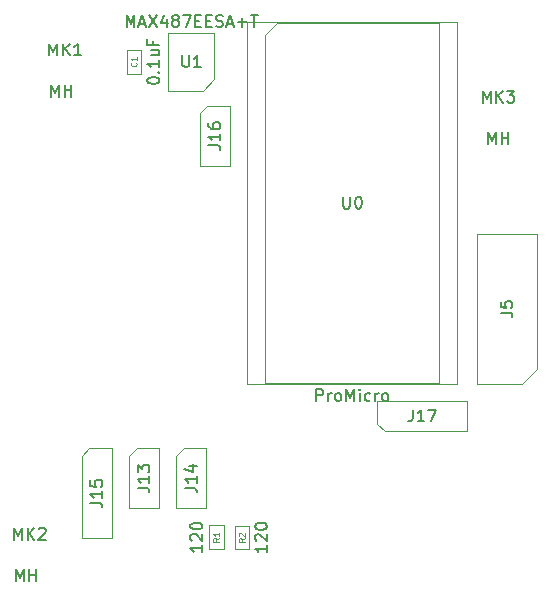
<source format=gbr>
G04 #@! TF.GenerationSoftware,KiCad,Pcbnew,(5.1.9)-1*
G04 #@! TF.CreationDate,2021-10-30T20:33:53-06:00*
G04 #@! TF.ProjectId,ralt_controller,72616c74-5f63-46f6-9e74-726f6c6c6572,1*
G04 #@! TF.SameCoordinates,Original*
G04 #@! TF.FileFunction,Other,Fab,Top*
%FSLAX46Y46*%
G04 Gerber Fmt 4.6, Leading zero omitted, Abs format (unit mm)*
G04 Created by KiCad (PCBNEW (5.1.9)-1) date 2021-10-30 20:33:53*
%MOMM*%
%LPD*%
G01*
G04 APERTURE LIST*
%ADD10C,0.100000*%
%ADD11C,0.150000*%
%ADD12C,0.080000*%
G04 APERTURE END LIST*
D10*
X50723000Y-93087500D02*
X49473000Y-93087500D01*
X49473000Y-93087500D02*
X49473000Y-91087500D01*
X49473000Y-91087500D02*
X50723000Y-91087500D01*
X50723000Y-91087500D02*
X50723000Y-93087500D01*
X47314000Y-91064000D02*
X48564000Y-91064000D01*
X48564000Y-91064000D02*
X48564000Y-93064000D01*
X48564000Y-93064000D02*
X47314000Y-93064000D01*
X47314000Y-93064000D02*
X47314000Y-91064000D01*
X61540000Y-82445000D02*
X61540000Y-80540000D01*
X61540000Y-80540000D02*
X69160000Y-80540000D01*
X69160000Y-80540000D02*
X69160000Y-83080000D01*
X69160000Y-83080000D02*
X62175000Y-83080000D01*
X62175000Y-83080000D02*
X61540000Y-82445000D01*
X41579000Y-52805000D02*
X40329000Y-52805000D01*
X40329000Y-52805000D02*
X40329000Y-50805000D01*
X40329000Y-50805000D02*
X41579000Y-50805000D01*
X41579000Y-50805000D02*
X41579000Y-52805000D01*
X46785000Y-54260000D02*
X43860000Y-54260000D01*
X43860000Y-54260000D02*
X43860000Y-49360000D01*
X43860000Y-49360000D02*
X47760000Y-49360000D01*
X47760000Y-49360000D02*
X47760000Y-53285000D01*
X47760000Y-53285000D02*
X46785000Y-54260000D01*
X53065000Y-48540000D02*
X66795000Y-48540000D01*
X66795000Y-48540000D02*
X66795000Y-79020000D01*
X66795000Y-79020000D02*
X52065000Y-79020000D01*
X52065000Y-79020000D02*
X52065000Y-49540000D01*
X52065000Y-49540000D02*
X53065000Y-48540000D01*
X50540000Y-48480000D02*
X50540000Y-79080000D01*
X50540000Y-79080000D02*
X68320000Y-79080000D01*
X68320000Y-79080000D02*
X68320000Y-48480000D01*
X68320000Y-48480000D02*
X50540000Y-48480000D01*
X47175000Y-55540000D02*
X49080000Y-55540000D01*
X49080000Y-55540000D02*
X49080000Y-60620000D01*
X49080000Y-60620000D02*
X46540000Y-60620000D01*
X46540000Y-60620000D02*
X46540000Y-56175000D01*
X46540000Y-56175000D02*
X47175000Y-55540000D01*
X37175000Y-84540000D02*
X39080000Y-84540000D01*
X39080000Y-84540000D02*
X39080000Y-92160000D01*
X39080000Y-92160000D02*
X36540000Y-92160000D01*
X36540000Y-92160000D02*
X36540000Y-85175000D01*
X36540000Y-85175000D02*
X37175000Y-84540000D01*
X45175000Y-84540000D02*
X47080000Y-84540000D01*
X47080000Y-84540000D02*
X47080000Y-89620000D01*
X47080000Y-89620000D02*
X44540000Y-89620000D01*
X44540000Y-89620000D02*
X44540000Y-85175000D01*
X44540000Y-85175000D02*
X45175000Y-84540000D01*
X41175000Y-84540000D02*
X43080000Y-84540000D01*
X43080000Y-84540000D02*
X43080000Y-89620000D01*
X43080000Y-89620000D02*
X40540000Y-89620000D01*
X40540000Y-89620000D02*
X40540000Y-85175000D01*
X40540000Y-85175000D02*
X41175000Y-84540000D01*
X73810000Y-79080000D02*
X70000000Y-79080000D01*
X70000000Y-79080000D02*
X70000000Y-66380000D01*
X70000000Y-66380000D02*
X75080000Y-66380000D01*
X75080000Y-66380000D02*
X75080000Y-77810000D01*
X75080000Y-77810000D02*
X73810000Y-79080000D01*
D11*
X52200380Y-92754166D02*
X52200380Y-93325595D01*
X52200380Y-93039880D02*
X51200380Y-93039880D01*
X51343238Y-93135119D01*
X51438476Y-93230357D01*
X51486095Y-93325595D01*
X51295619Y-92373214D02*
X51248000Y-92325595D01*
X51200380Y-92230357D01*
X51200380Y-91992261D01*
X51248000Y-91897023D01*
X51295619Y-91849404D01*
X51390857Y-91801785D01*
X51486095Y-91801785D01*
X51628952Y-91849404D01*
X52200380Y-92420833D01*
X52200380Y-91801785D01*
X51200380Y-91182738D02*
X51200380Y-91087500D01*
X51248000Y-90992261D01*
X51295619Y-90944642D01*
X51390857Y-90897023D01*
X51581333Y-90849404D01*
X51819428Y-90849404D01*
X52009904Y-90897023D01*
X52105142Y-90944642D01*
X52152761Y-90992261D01*
X52200380Y-91087500D01*
X52200380Y-91182738D01*
X52152761Y-91277976D01*
X52105142Y-91325595D01*
X52009904Y-91373214D01*
X51819428Y-91420833D01*
X51581333Y-91420833D01*
X51390857Y-91373214D01*
X51295619Y-91325595D01*
X51248000Y-91277976D01*
X51200380Y-91182738D01*
D12*
X50324190Y-92170833D02*
X50086095Y-92337500D01*
X50324190Y-92456547D02*
X49824190Y-92456547D01*
X49824190Y-92266071D01*
X49848000Y-92218452D01*
X49871809Y-92194642D01*
X49919428Y-92170833D01*
X49990857Y-92170833D01*
X50038476Y-92194642D01*
X50062285Y-92218452D01*
X50086095Y-92266071D01*
X50086095Y-92456547D01*
X49871809Y-91980357D02*
X49848000Y-91956547D01*
X49824190Y-91908928D01*
X49824190Y-91789880D01*
X49848000Y-91742261D01*
X49871809Y-91718452D01*
X49919428Y-91694642D01*
X49967047Y-91694642D01*
X50038476Y-91718452D01*
X50324190Y-92004166D01*
X50324190Y-91694642D01*
D11*
X46741380Y-92730666D02*
X46741380Y-93302095D01*
X46741380Y-93016380D02*
X45741380Y-93016380D01*
X45884238Y-93111619D01*
X45979476Y-93206857D01*
X46027095Y-93302095D01*
X45836619Y-92349714D02*
X45789000Y-92302095D01*
X45741380Y-92206857D01*
X45741380Y-91968761D01*
X45789000Y-91873523D01*
X45836619Y-91825904D01*
X45931857Y-91778285D01*
X46027095Y-91778285D01*
X46169952Y-91825904D01*
X46741380Y-92397333D01*
X46741380Y-91778285D01*
X45741380Y-91159238D02*
X45741380Y-91064000D01*
X45789000Y-90968761D01*
X45836619Y-90921142D01*
X45931857Y-90873523D01*
X46122333Y-90825904D01*
X46360428Y-90825904D01*
X46550904Y-90873523D01*
X46646142Y-90921142D01*
X46693761Y-90968761D01*
X46741380Y-91064000D01*
X46741380Y-91159238D01*
X46693761Y-91254476D01*
X46646142Y-91302095D01*
X46550904Y-91349714D01*
X46360428Y-91397333D01*
X46122333Y-91397333D01*
X45931857Y-91349714D01*
X45836619Y-91302095D01*
X45789000Y-91254476D01*
X45741380Y-91159238D01*
D12*
X48165190Y-92147333D02*
X47927095Y-92314000D01*
X48165190Y-92433047D02*
X47665190Y-92433047D01*
X47665190Y-92242571D01*
X47689000Y-92194952D01*
X47712809Y-92171142D01*
X47760428Y-92147333D01*
X47831857Y-92147333D01*
X47879476Y-92171142D01*
X47903285Y-92194952D01*
X47927095Y-92242571D01*
X47927095Y-92433047D01*
X48165190Y-91671142D02*
X48165190Y-91956857D01*
X48165190Y-91814000D02*
X47665190Y-91814000D01*
X47736619Y-91861619D01*
X47784238Y-91909238D01*
X47808047Y-91956857D01*
D11*
X64540476Y-81262380D02*
X64540476Y-81976666D01*
X64492857Y-82119523D01*
X64397619Y-82214761D01*
X64254761Y-82262380D01*
X64159523Y-82262380D01*
X65540476Y-82262380D02*
X64969047Y-82262380D01*
X65254761Y-82262380D02*
X65254761Y-81262380D01*
X65159523Y-81405238D01*
X65064285Y-81500476D01*
X64969047Y-81548095D01*
X65873809Y-81262380D02*
X66540476Y-81262380D01*
X66111904Y-82262380D01*
X42086380Y-53447857D02*
X42086380Y-53352619D01*
X42134000Y-53257380D01*
X42181619Y-53209761D01*
X42276857Y-53162142D01*
X42467333Y-53114523D01*
X42705428Y-53114523D01*
X42895904Y-53162142D01*
X42991142Y-53209761D01*
X43038761Y-53257380D01*
X43086380Y-53352619D01*
X43086380Y-53447857D01*
X43038761Y-53543095D01*
X42991142Y-53590714D01*
X42895904Y-53638333D01*
X42705428Y-53685952D01*
X42467333Y-53685952D01*
X42276857Y-53638333D01*
X42181619Y-53590714D01*
X42134000Y-53543095D01*
X42086380Y-53447857D01*
X42991142Y-52685952D02*
X43038761Y-52638333D01*
X43086380Y-52685952D01*
X43038761Y-52733571D01*
X42991142Y-52685952D01*
X43086380Y-52685952D01*
X43086380Y-51685952D02*
X43086380Y-52257380D01*
X43086380Y-51971666D02*
X42086380Y-51971666D01*
X42229238Y-52066904D01*
X42324476Y-52162142D01*
X42372095Y-52257380D01*
X42419714Y-50828809D02*
X43086380Y-50828809D01*
X42419714Y-51257380D02*
X42943523Y-51257380D01*
X43038761Y-51209761D01*
X43086380Y-51114523D01*
X43086380Y-50971666D01*
X43038761Y-50876428D01*
X42991142Y-50828809D01*
X42562571Y-50019285D02*
X42562571Y-50352619D01*
X43086380Y-50352619D02*
X42086380Y-50352619D01*
X42086380Y-49876428D01*
D12*
X41132571Y-51888333D02*
X41156380Y-51912142D01*
X41180190Y-51983571D01*
X41180190Y-52031190D01*
X41156380Y-52102619D01*
X41108761Y-52150238D01*
X41061142Y-52174047D01*
X40965904Y-52197857D01*
X40894476Y-52197857D01*
X40799238Y-52174047D01*
X40751619Y-52150238D01*
X40704000Y-52102619D01*
X40680190Y-52031190D01*
X40680190Y-51983571D01*
X40704000Y-51912142D01*
X40727809Y-51888333D01*
X41180190Y-51412142D02*
X41180190Y-51697857D01*
X41180190Y-51555000D02*
X40680190Y-51555000D01*
X40751619Y-51602619D01*
X40799238Y-51650238D01*
X40823047Y-51697857D01*
D11*
X40333809Y-48862380D02*
X40333809Y-47862380D01*
X40667142Y-48576666D01*
X41000476Y-47862380D01*
X41000476Y-48862380D01*
X41429047Y-48576666D02*
X41905238Y-48576666D01*
X41333809Y-48862380D02*
X41667142Y-47862380D01*
X42000476Y-48862380D01*
X42238571Y-47862380D02*
X42905238Y-48862380D01*
X42905238Y-47862380D02*
X42238571Y-48862380D01*
X43714761Y-48195714D02*
X43714761Y-48862380D01*
X43476666Y-47814761D02*
X43238571Y-48529047D01*
X43857619Y-48529047D01*
X44381428Y-48290952D02*
X44286190Y-48243333D01*
X44238571Y-48195714D01*
X44190952Y-48100476D01*
X44190952Y-48052857D01*
X44238571Y-47957619D01*
X44286190Y-47910000D01*
X44381428Y-47862380D01*
X44571904Y-47862380D01*
X44667142Y-47910000D01*
X44714761Y-47957619D01*
X44762380Y-48052857D01*
X44762380Y-48100476D01*
X44714761Y-48195714D01*
X44667142Y-48243333D01*
X44571904Y-48290952D01*
X44381428Y-48290952D01*
X44286190Y-48338571D01*
X44238571Y-48386190D01*
X44190952Y-48481428D01*
X44190952Y-48671904D01*
X44238571Y-48767142D01*
X44286190Y-48814761D01*
X44381428Y-48862380D01*
X44571904Y-48862380D01*
X44667142Y-48814761D01*
X44714761Y-48767142D01*
X44762380Y-48671904D01*
X44762380Y-48481428D01*
X44714761Y-48386190D01*
X44667142Y-48338571D01*
X44571904Y-48290952D01*
X45095714Y-47862380D02*
X45762380Y-47862380D01*
X45333809Y-48862380D01*
X46143333Y-48338571D02*
X46476666Y-48338571D01*
X46619523Y-48862380D02*
X46143333Y-48862380D01*
X46143333Y-47862380D01*
X46619523Y-47862380D01*
X47048095Y-48338571D02*
X47381428Y-48338571D01*
X47524285Y-48862380D02*
X47048095Y-48862380D01*
X47048095Y-47862380D01*
X47524285Y-47862380D01*
X47905238Y-48814761D02*
X48048095Y-48862380D01*
X48286190Y-48862380D01*
X48381428Y-48814761D01*
X48429047Y-48767142D01*
X48476666Y-48671904D01*
X48476666Y-48576666D01*
X48429047Y-48481428D01*
X48381428Y-48433809D01*
X48286190Y-48386190D01*
X48095714Y-48338571D01*
X48000476Y-48290952D01*
X47952857Y-48243333D01*
X47905238Y-48148095D01*
X47905238Y-48052857D01*
X47952857Y-47957619D01*
X48000476Y-47910000D01*
X48095714Y-47862380D01*
X48333809Y-47862380D01*
X48476666Y-47910000D01*
X48857619Y-48576666D02*
X49333809Y-48576666D01*
X48762380Y-48862380D02*
X49095714Y-47862380D01*
X49429047Y-48862380D01*
X49762380Y-48481428D02*
X50524285Y-48481428D01*
X50143333Y-48862380D02*
X50143333Y-48100476D01*
X50857619Y-47862380D02*
X51429047Y-47862380D01*
X51143333Y-48862380D02*
X51143333Y-47862380D01*
X45063333Y-51273333D02*
X45063333Y-52066666D01*
X45110000Y-52160000D01*
X45156666Y-52206666D01*
X45250000Y-52253333D01*
X45436666Y-52253333D01*
X45530000Y-52206666D01*
X45576666Y-52160000D01*
X45623333Y-52066666D01*
X45623333Y-51273333D01*
X46603333Y-52253333D02*
X46043333Y-52253333D01*
X46323333Y-52253333D02*
X46323333Y-51273333D01*
X46230000Y-51413333D01*
X46136666Y-51506666D01*
X46043333Y-51553333D01*
X56406190Y-80532380D02*
X56406190Y-79532380D01*
X56787142Y-79532380D01*
X56882380Y-79580000D01*
X56930000Y-79627619D01*
X56977619Y-79722857D01*
X56977619Y-79865714D01*
X56930000Y-79960952D01*
X56882380Y-80008571D01*
X56787142Y-80056190D01*
X56406190Y-80056190D01*
X57406190Y-80532380D02*
X57406190Y-79865714D01*
X57406190Y-80056190D02*
X57453809Y-79960952D01*
X57501428Y-79913333D01*
X57596666Y-79865714D01*
X57691904Y-79865714D01*
X58168095Y-80532380D02*
X58072857Y-80484761D01*
X58025238Y-80437142D01*
X57977619Y-80341904D01*
X57977619Y-80056190D01*
X58025238Y-79960952D01*
X58072857Y-79913333D01*
X58168095Y-79865714D01*
X58310952Y-79865714D01*
X58406190Y-79913333D01*
X58453809Y-79960952D01*
X58501428Y-80056190D01*
X58501428Y-80341904D01*
X58453809Y-80437142D01*
X58406190Y-80484761D01*
X58310952Y-80532380D01*
X58168095Y-80532380D01*
X58930000Y-80532380D02*
X58930000Y-79532380D01*
X59263333Y-80246666D01*
X59596666Y-79532380D01*
X59596666Y-80532380D01*
X60072857Y-80532380D02*
X60072857Y-79865714D01*
X60072857Y-79532380D02*
X60025238Y-79580000D01*
X60072857Y-79627619D01*
X60120476Y-79580000D01*
X60072857Y-79532380D01*
X60072857Y-79627619D01*
X60977619Y-80484761D02*
X60882380Y-80532380D01*
X60691904Y-80532380D01*
X60596666Y-80484761D01*
X60549047Y-80437142D01*
X60501428Y-80341904D01*
X60501428Y-80056190D01*
X60549047Y-79960952D01*
X60596666Y-79913333D01*
X60691904Y-79865714D01*
X60882380Y-79865714D01*
X60977619Y-79913333D01*
X61406190Y-80532380D02*
X61406190Y-79865714D01*
X61406190Y-80056190D02*
X61453809Y-79960952D01*
X61501428Y-79913333D01*
X61596666Y-79865714D01*
X61691904Y-79865714D01*
X62168095Y-80532380D02*
X62072857Y-80484761D01*
X62025238Y-80437142D01*
X61977619Y-80341904D01*
X61977619Y-80056190D01*
X62025238Y-79960952D01*
X62072857Y-79913333D01*
X62168095Y-79865714D01*
X62310952Y-79865714D01*
X62406190Y-79913333D01*
X62453809Y-79960952D01*
X62501428Y-80056190D01*
X62501428Y-80341904D01*
X62453809Y-80437142D01*
X62406190Y-80484761D01*
X62310952Y-80532380D01*
X62168095Y-80532380D01*
X58668095Y-63232380D02*
X58668095Y-64041904D01*
X58715714Y-64137142D01*
X58763333Y-64184761D01*
X58858571Y-64232380D01*
X59049047Y-64232380D01*
X59144285Y-64184761D01*
X59191904Y-64137142D01*
X59239523Y-64041904D01*
X59239523Y-63232380D01*
X59906190Y-63232380D02*
X60001428Y-63232380D01*
X60096666Y-63280000D01*
X60144285Y-63327619D01*
X60191904Y-63422857D01*
X60239523Y-63613333D01*
X60239523Y-63851428D01*
X60191904Y-64041904D01*
X60144285Y-64137142D01*
X60096666Y-64184761D01*
X60001428Y-64232380D01*
X59906190Y-64232380D01*
X59810952Y-64184761D01*
X59763333Y-64137142D01*
X59715714Y-64041904D01*
X59668095Y-63851428D01*
X59668095Y-63613333D01*
X59715714Y-63422857D01*
X59763333Y-63327619D01*
X59810952Y-63280000D01*
X59906190Y-63232380D01*
X70952857Y-58762380D02*
X70952857Y-57762380D01*
X71286190Y-58476666D01*
X71619523Y-57762380D01*
X71619523Y-58762380D01*
X72095714Y-58762380D02*
X72095714Y-57762380D01*
X72095714Y-58238571D02*
X72667142Y-58238571D01*
X72667142Y-58762380D02*
X72667142Y-57762380D01*
X70500476Y-55262380D02*
X70500476Y-54262380D01*
X70833809Y-54976666D01*
X71167142Y-54262380D01*
X71167142Y-55262380D01*
X71643333Y-55262380D02*
X71643333Y-54262380D01*
X72214761Y-55262380D02*
X71786190Y-54690952D01*
X72214761Y-54262380D02*
X71643333Y-54833809D01*
X72548095Y-54262380D02*
X73167142Y-54262380D01*
X72833809Y-54643333D01*
X72976666Y-54643333D01*
X73071904Y-54690952D01*
X73119523Y-54738571D01*
X73167142Y-54833809D01*
X73167142Y-55071904D01*
X73119523Y-55167142D01*
X73071904Y-55214761D01*
X72976666Y-55262380D01*
X72690952Y-55262380D01*
X72595714Y-55214761D01*
X72548095Y-55167142D01*
X30952857Y-95762380D02*
X30952857Y-94762380D01*
X31286190Y-95476666D01*
X31619523Y-94762380D01*
X31619523Y-95762380D01*
X32095714Y-95762380D02*
X32095714Y-94762380D01*
X32095714Y-95238571D02*
X32667142Y-95238571D01*
X32667142Y-95762380D02*
X32667142Y-94762380D01*
X30800476Y-92262380D02*
X30800476Y-91262380D01*
X31133809Y-91976666D01*
X31467142Y-91262380D01*
X31467142Y-92262380D01*
X31943333Y-92262380D02*
X31943333Y-91262380D01*
X32514761Y-92262380D02*
X32086190Y-91690952D01*
X32514761Y-91262380D02*
X31943333Y-91833809D01*
X32895714Y-91357619D02*
X32943333Y-91310000D01*
X33038571Y-91262380D01*
X33276666Y-91262380D01*
X33371904Y-91310000D01*
X33419523Y-91357619D01*
X33467142Y-91452857D01*
X33467142Y-91548095D01*
X33419523Y-91690952D01*
X32848095Y-92262380D01*
X33467142Y-92262380D01*
X33952857Y-54762380D02*
X33952857Y-53762380D01*
X34286190Y-54476666D01*
X34619523Y-53762380D01*
X34619523Y-54762380D01*
X35095714Y-54762380D02*
X35095714Y-53762380D01*
X35095714Y-54238571D02*
X35667142Y-54238571D01*
X35667142Y-54762380D02*
X35667142Y-53762380D01*
X33800476Y-51262380D02*
X33800476Y-50262380D01*
X34133809Y-50976666D01*
X34467142Y-50262380D01*
X34467142Y-51262380D01*
X34943333Y-51262380D02*
X34943333Y-50262380D01*
X35514761Y-51262380D02*
X35086190Y-50690952D01*
X35514761Y-50262380D02*
X34943333Y-50833809D01*
X36467142Y-51262380D02*
X35895714Y-51262380D01*
X36181428Y-51262380D02*
X36181428Y-50262380D01*
X36086190Y-50405238D01*
X35990952Y-50500476D01*
X35895714Y-50548095D01*
X47262380Y-58889523D02*
X47976666Y-58889523D01*
X48119523Y-58937142D01*
X48214761Y-59032380D01*
X48262380Y-59175238D01*
X48262380Y-59270476D01*
X48262380Y-57889523D02*
X48262380Y-58460952D01*
X48262380Y-58175238D02*
X47262380Y-58175238D01*
X47405238Y-58270476D01*
X47500476Y-58365714D01*
X47548095Y-58460952D01*
X47262380Y-57032380D02*
X47262380Y-57222857D01*
X47310000Y-57318095D01*
X47357619Y-57365714D01*
X47500476Y-57460952D01*
X47690952Y-57508571D01*
X48071904Y-57508571D01*
X48167142Y-57460952D01*
X48214761Y-57413333D01*
X48262380Y-57318095D01*
X48262380Y-57127619D01*
X48214761Y-57032380D01*
X48167142Y-56984761D01*
X48071904Y-56937142D01*
X47833809Y-56937142D01*
X47738571Y-56984761D01*
X47690952Y-57032380D01*
X47643333Y-57127619D01*
X47643333Y-57318095D01*
X47690952Y-57413333D01*
X47738571Y-57460952D01*
X47833809Y-57508571D01*
X37262380Y-89159523D02*
X37976666Y-89159523D01*
X38119523Y-89207142D01*
X38214761Y-89302380D01*
X38262380Y-89445238D01*
X38262380Y-89540476D01*
X38262380Y-88159523D02*
X38262380Y-88730952D01*
X38262380Y-88445238D02*
X37262380Y-88445238D01*
X37405238Y-88540476D01*
X37500476Y-88635714D01*
X37548095Y-88730952D01*
X37262380Y-87254761D02*
X37262380Y-87730952D01*
X37738571Y-87778571D01*
X37690952Y-87730952D01*
X37643333Y-87635714D01*
X37643333Y-87397619D01*
X37690952Y-87302380D01*
X37738571Y-87254761D01*
X37833809Y-87207142D01*
X38071904Y-87207142D01*
X38167142Y-87254761D01*
X38214761Y-87302380D01*
X38262380Y-87397619D01*
X38262380Y-87635714D01*
X38214761Y-87730952D01*
X38167142Y-87778571D01*
X45262380Y-87889523D02*
X45976666Y-87889523D01*
X46119523Y-87937142D01*
X46214761Y-88032380D01*
X46262380Y-88175238D01*
X46262380Y-88270476D01*
X46262380Y-86889523D02*
X46262380Y-87460952D01*
X46262380Y-87175238D02*
X45262380Y-87175238D01*
X45405238Y-87270476D01*
X45500476Y-87365714D01*
X45548095Y-87460952D01*
X45595714Y-86032380D02*
X46262380Y-86032380D01*
X45214761Y-86270476D02*
X45929047Y-86508571D01*
X45929047Y-85889523D01*
X41262380Y-87889523D02*
X41976666Y-87889523D01*
X42119523Y-87937142D01*
X42214761Y-88032380D01*
X42262380Y-88175238D01*
X42262380Y-88270476D01*
X42262380Y-86889523D02*
X42262380Y-87460952D01*
X42262380Y-87175238D02*
X41262380Y-87175238D01*
X41405238Y-87270476D01*
X41500476Y-87365714D01*
X41548095Y-87460952D01*
X41262380Y-86556190D02*
X41262380Y-85937142D01*
X41643333Y-86270476D01*
X41643333Y-86127619D01*
X41690952Y-86032380D01*
X41738571Y-85984761D01*
X41833809Y-85937142D01*
X42071904Y-85937142D01*
X42167142Y-85984761D01*
X42214761Y-86032380D01*
X42262380Y-86127619D01*
X42262380Y-86413333D01*
X42214761Y-86508571D01*
X42167142Y-86556190D01*
X71992380Y-73063333D02*
X72706666Y-73063333D01*
X72849523Y-73110952D01*
X72944761Y-73206190D01*
X72992380Y-73349047D01*
X72992380Y-73444285D01*
X71992380Y-72110952D02*
X71992380Y-72587142D01*
X72468571Y-72634761D01*
X72420952Y-72587142D01*
X72373333Y-72491904D01*
X72373333Y-72253809D01*
X72420952Y-72158571D01*
X72468571Y-72110952D01*
X72563809Y-72063333D01*
X72801904Y-72063333D01*
X72897142Y-72110952D01*
X72944761Y-72158571D01*
X72992380Y-72253809D01*
X72992380Y-72491904D01*
X72944761Y-72587142D01*
X72897142Y-72634761D01*
M02*

</source>
